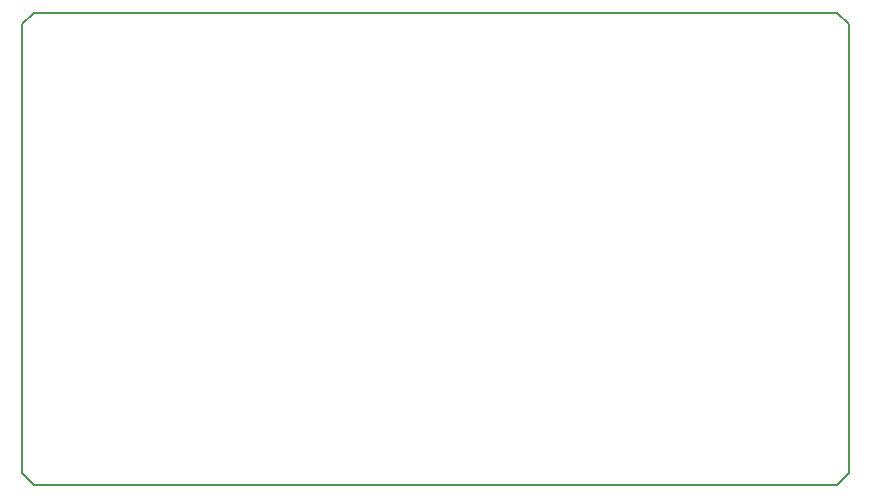
<source format=gbr>
G04 #@! TF.GenerationSoftware,KiCad,Pcbnew,5.1.7-a382d34a8~87~ubuntu20.04.1*
G04 #@! TF.CreationDate,2021-01-14T17:18:01+09:00*
G04 #@! TF.ProjectId,AKBONE2020LGT8F,414b424f-4e45-4323-9032-304c47543846,rev?*
G04 #@! TF.SameCoordinates,Original*
G04 #@! TF.FileFunction,Profile,NP*
%FSLAX46Y46*%
G04 Gerber Fmt 4.6, Leading zero omitted, Abs format (unit mm)*
G04 Created by KiCad (PCBNEW 5.1.7-a382d34a8~87~ubuntu20.04.1) date 2021-01-14 17:18:01*
%MOMM*%
%LPD*%
G01*
G04 APERTURE LIST*
G04 #@! TA.AperFunction,Profile*
%ADD10C,0.200000*%
G04 #@! TD*
G04 APERTURE END LIST*
D10*
X165000000Y-126000000D02*
X166000000Y-127000000D01*
X235000000Y-126000000D02*
X234000000Y-127000000D01*
X235000000Y-88000000D02*
X235000000Y-126000000D01*
X234000000Y-87000000D02*
X235000000Y-88000000D01*
X166000000Y-87000000D02*
X234000000Y-87000000D01*
X165000000Y-88000000D02*
X166000000Y-87000000D01*
X165000000Y-126000000D02*
X165000000Y-88000000D01*
X234000000Y-127000000D02*
X166000000Y-127000000D01*
M02*

</source>
